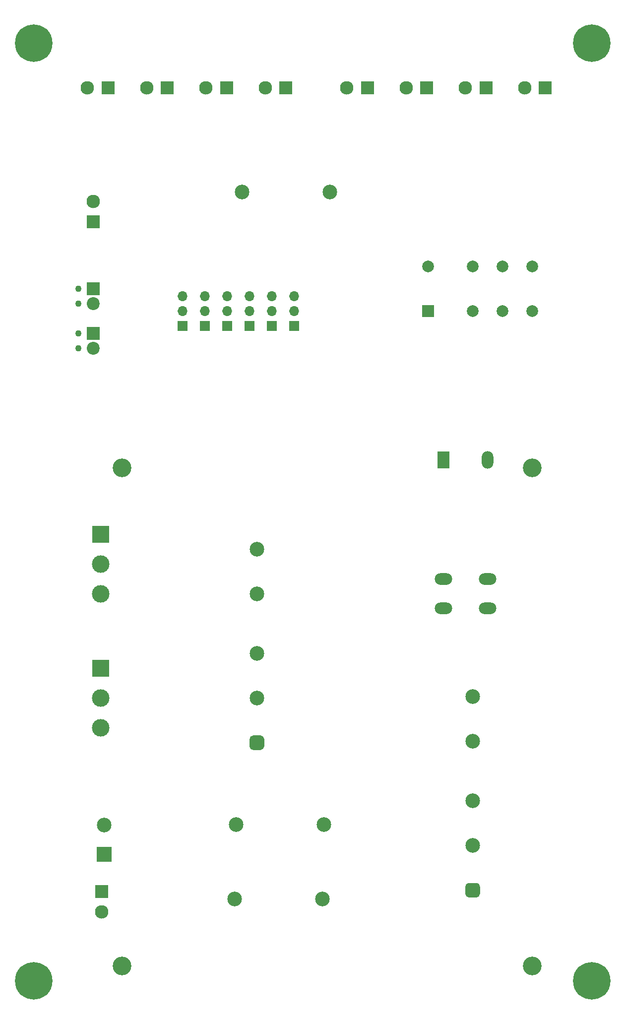
<source format=gbr>
%TF.GenerationSoftware,KiCad,Pcbnew,(5.1.9)-1*%
%TF.CreationDate,2021-03-27T15:00:32-04:00*%
%TF.ProjectId,Power,506f7765-722e-46b6-9963-61645f706362,rev?*%
%TF.SameCoordinates,Original*%
%TF.FileFunction,Soldermask,Bot*%
%TF.FilePolarity,Negative*%
%FSLAX46Y46*%
G04 Gerber Fmt 4.6, Leading zero omitted, Abs format (unit mm)*
G04 Created by KiCad (PCBNEW (5.1.9)-1) date 2021-03-27 15:00:32*
%MOMM*%
%LPD*%
G01*
G04 APERTURE LIST*
%ADD10C,6.400000*%
%ADD11C,3.200000*%
%ADD12C,2.500000*%
%ADD13C,3.000000*%
%ADD14R,3.000000X3.000000*%
%ADD15R,2.500000X2.500000*%
%ADD16R,2.300000X2.300000*%
%ADD17C,2.300000*%
%ADD18C,1.100000*%
%ADD19C,2.200000*%
%ADD20R,2.200000X2.200000*%
%ADD21R,1.700000X1.700000*%
%ADD22O,1.700000X1.700000*%
%ADD23R,2.000000X3.000000*%
%ADD24O,2.000000X3.000000*%
%ADD25O,3.000000X2.000000*%
%ADD26R,2.000000X2.000000*%
%ADD27C,2.000000*%
G04 APERTURE END LIST*
D10*
%TO.C,H4*%
X165100000Y-177800000D03*
%TD*%
D11*
%TO.C,REF\u002A\u002A*%
X154940000Y-175260000D03*
%TD*%
%TO.C,REF\u002A\u002A*%
X84940000Y-175260000D03*
%TD*%
%TO.C,REF\u002A\u002A*%
X84940000Y-90260000D03*
%TD*%
%TO.C,REF\u002A\u002A*%
X154940000Y-90260000D03*
%TD*%
D12*
%TO.C,FL1*%
X107950000Y-104140000D03*
X107950000Y-111760000D03*
X107950000Y-121920000D03*
X107950000Y-129540000D03*
G36*
G01*
X109200000Y-136535000D02*
X109200000Y-137785000D01*
G75*
G02*
X108575000Y-138410000I-625000J0D01*
G01*
X107325000Y-138410000D01*
G75*
G02*
X106700000Y-137785000I0J625000D01*
G01*
X106700000Y-136535000D01*
G75*
G02*
X107325000Y-135910000I625000J0D01*
G01*
X108575000Y-135910000D01*
G75*
G02*
X109200000Y-136535000I0J-625000D01*
G01*
G37*
%TD*%
%TO.C,FL2*%
G36*
G01*
X146030000Y-161700000D02*
X146030000Y-162950000D01*
G75*
G02*
X145405000Y-163575000I-625000J0D01*
G01*
X144155000Y-163575000D01*
G75*
G02*
X143530000Y-162950000I0J625000D01*
G01*
X143530000Y-161700000D01*
G75*
G02*
X144155000Y-161075000I625000J0D01*
G01*
X145405000Y-161075000D01*
G75*
G02*
X146030000Y-161700000I0J-625000D01*
G01*
G37*
X144780000Y-154705000D03*
X144780000Y-147085000D03*
X144780000Y-136925000D03*
X144780000Y-129305000D03*
%TD*%
D13*
%TO.C,J1*%
X81280000Y-111760000D03*
X81280000Y-106680000D03*
D14*
X81280000Y-101600000D03*
%TD*%
%TO.C,J2*%
X81280000Y-124460000D03*
D13*
X81280000Y-129540000D03*
X81280000Y-134620000D03*
%TD*%
D15*
%TO.C,J3*%
X81880000Y-156210000D03*
D12*
X81880000Y-151210000D03*
%TD*%
D16*
%TO.C,J4*%
X81480000Y-162560000D03*
D17*
X81480000Y-166060000D03*
%TD*%
%TO.C,J5*%
X79050000Y-25400000D03*
D16*
X82550000Y-25400000D03*
%TD*%
D17*
%TO.C,J6*%
X80010000Y-44760000D03*
D16*
X80010000Y-48260000D03*
%TD*%
D18*
%TO.C,J7*%
X77470000Y-62230000D03*
D19*
X80010000Y-62230000D03*
D18*
X77470000Y-59690000D03*
D20*
X80010000Y-59690000D03*
%TD*%
%TO.C,J8*%
X80010000Y-67310000D03*
D18*
X77470000Y-67310000D03*
D19*
X80010000Y-69850000D03*
D18*
X77470000Y-69850000D03*
%TD*%
D16*
%TO.C,J9*%
X92665714Y-25400000D03*
D17*
X89165714Y-25400000D03*
%TD*%
D16*
%TO.C,J10*%
X102781428Y-25400000D03*
D17*
X99281428Y-25400000D03*
%TD*%
%TO.C,J11*%
X109397142Y-25400000D03*
D16*
X112897142Y-25400000D03*
%TD*%
D17*
%TO.C,J12*%
X123322856Y-25400000D03*
D16*
X126822856Y-25400000D03*
%TD*%
%TO.C,J13*%
X136938570Y-25400000D03*
D17*
X133438570Y-25400000D03*
%TD*%
%TO.C,J14*%
X143554284Y-25400000D03*
D16*
X147054284Y-25400000D03*
%TD*%
%TO.C,J15*%
X157170000Y-25400000D03*
D17*
X153670000Y-25400000D03*
%TD*%
D21*
%TO.C,JP1*%
X95250000Y-66040000D03*
D22*
X95250000Y-63500000D03*
X95250000Y-60960000D03*
%TD*%
%TO.C,JP2*%
X99060000Y-60960000D03*
X99060000Y-63500000D03*
D21*
X99060000Y-66040000D03*
%TD*%
%TO.C,JP3*%
X102870000Y-66040000D03*
D22*
X102870000Y-63500000D03*
X102870000Y-60960000D03*
%TD*%
%TO.C,JP4*%
X106680000Y-60960000D03*
X106680000Y-63500000D03*
D21*
X106680000Y-66040000D03*
%TD*%
D22*
%TO.C,JP5*%
X110490000Y-60960000D03*
X110490000Y-63500000D03*
D21*
X110490000Y-66040000D03*
%TD*%
%TO.C,JP6*%
X114300000Y-66040000D03*
D22*
X114300000Y-63500000D03*
X114300000Y-60960000D03*
%TD*%
D23*
%TO.C,K1*%
X139820000Y-88900000D03*
D24*
X147320000Y-88900000D03*
D25*
X139820000Y-109200000D03*
X147320000Y-114240000D03*
X147320000Y-109200000D03*
X139820000Y-114240000D03*
%TD*%
D26*
%TO.C,RLY1*%
X137160000Y-63500000D03*
D27*
X137160000Y-55880000D03*
X144780000Y-63500000D03*
X149860000Y-63500000D03*
X154940000Y-63500000D03*
X144780000Y-55880000D03*
X149860000Y-55880000D03*
X154940000Y-55880000D03*
%TD*%
D12*
%TO.C,F1*%
X105410000Y-43180000D03*
X120410000Y-43180000D03*
%TD*%
%TO.C,F2*%
X104380000Y-151130000D03*
X119380000Y-151130000D03*
%TD*%
%TO.C,F3*%
X119140000Y-163830000D03*
X104140000Y-163830000D03*
%TD*%
D10*
%TO.C,H1*%
X69850000Y-17780000D03*
%TD*%
%TO.C,H2*%
X165100000Y-17780000D03*
%TD*%
%TO.C,H3*%
X69850000Y-177800000D03*
%TD*%
M02*

</source>
